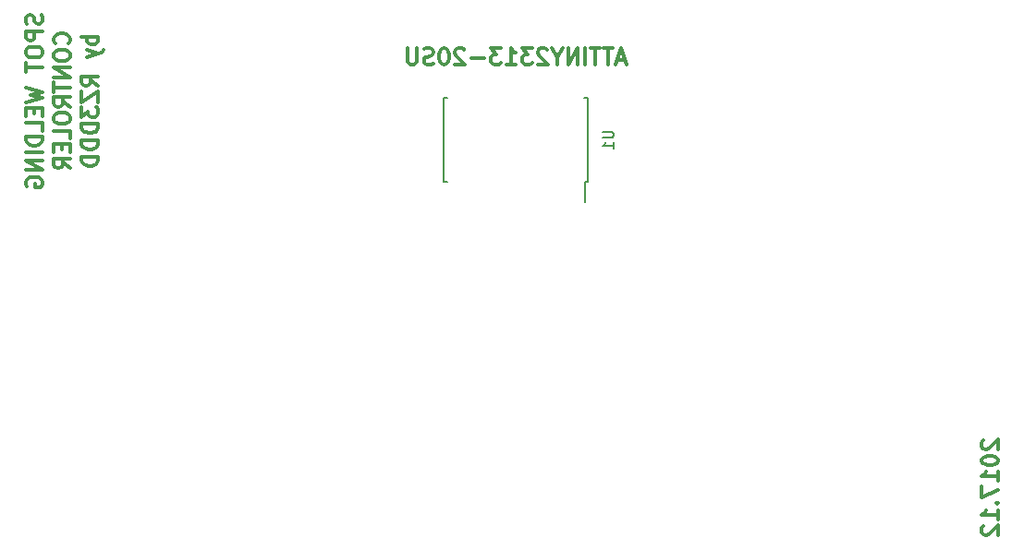
<source format=gbr>
G04 #@! TF.FileFunction,Legend,Bot*
%FSLAX46Y46*%
G04 Gerber Fmt 4.6, Leading zero omitted, Abs format (unit mm)*
G04 Created by KiCad (PCBNEW 4.0.7-e2-6376~58~ubuntu16.04.1) date Thu Nov 16 15:14:13 2017*
%MOMM*%
%LPD*%
G01*
G04 APERTURE LIST*
%ADD10C,0.100000*%
%ADD11C,0.300000*%
%ADD12C,0.150000*%
G04 APERTURE END LIST*
D10*
D11*
X149999999Y-54250000D02*
X149285713Y-54250000D01*
X150142856Y-54678571D02*
X149642856Y-53178571D01*
X149142856Y-54678571D01*
X148857142Y-53178571D02*
X147999999Y-53178571D01*
X148428570Y-54678571D02*
X148428570Y-53178571D01*
X147714285Y-53178571D02*
X146857142Y-53178571D01*
X147285713Y-54678571D02*
X147285713Y-53178571D01*
X146357142Y-54678571D02*
X146357142Y-53178571D01*
X145642856Y-54678571D02*
X145642856Y-53178571D01*
X144785713Y-54678571D01*
X144785713Y-53178571D01*
X143785713Y-53964286D02*
X143785713Y-54678571D01*
X144285713Y-53178571D02*
X143785713Y-53964286D01*
X143285713Y-53178571D01*
X142857142Y-53321429D02*
X142785713Y-53250000D01*
X142642856Y-53178571D01*
X142285713Y-53178571D01*
X142142856Y-53250000D01*
X142071427Y-53321429D01*
X141999999Y-53464286D01*
X141999999Y-53607143D01*
X142071427Y-53821429D01*
X142928570Y-54678571D01*
X141999999Y-54678571D01*
X141499999Y-53178571D02*
X140571428Y-53178571D01*
X141071428Y-53750000D01*
X140857142Y-53750000D01*
X140714285Y-53821429D01*
X140642856Y-53892857D01*
X140571428Y-54035714D01*
X140571428Y-54392857D01*
X140642856Y-54535714D01*
X140714285Y-54607143D01*
X140857142Y-54678571D01*
X141285714Y-54678571D01*
X141428571Y-54607143D01*
X141499999Y-54535714D01*
X139142857Y-54678571D02*
X140000000Y-54678571D01*
X139571428Y-54678571D02*
X139571428Y-53178571D01*
X139714285Y-53392857D01*
X139857143Y-53535714D01*
X140000000Y-53607143D01*
X138642857Y-53178571D02*
X137714286Y-53178571D01*
X138214286Y-53750000D01*
X138000000Y-53750000D01*
X137857143Y-53821429D01*
X137785714Y-53892857D01*
X137714286Y-54035714D01*
X137714286Y-54392857D01*
X137785714Y-54535714D01*
X137857143Y-54607143D01*
X138000000Y-54678571D01*
X138428572Y-54678571D01*
X138571429Y-54607143D01*
X138642857Y-54535714D01*
X137071429Y-54107143D02*
X135928572Y-54107143D01*
X135285715Y-53321429D02*
X135214286Y-53250000D01*
X135071429Y-53178571D01*
X134714286Y-53178571D01*
X134571429Y-53250000D01*
X134500000Y-53321429D01*
X134428572Y-53464286D01*
X134428572Y-53607143D01*
X134500000Y-53821429D01*
X135357143Y-54678571D01*
X134428572Y-54678571D01*
X133500001Y-53178571D02*
X133357144Y-53178571D01*
X133214287Y-53250000D01*
X133142858Y-53321429D01*
X133071429Y-53464286D01*
X133000001Y-53750000D01*
X133000001Y-54107143D01*
X133071429Y-54392857D01*
X133142858Y-54535714D01*
X133214287Y-54607143D01*
X133357144Y-54678571D01*
X133500001Y-54678571D01*
X133642858Y-54607143D01*
X133714287Y-54535714D01*
X133785715Y-54392857D01*
X133857144Y-54107143D01*
X133857144Y-53750000D01*
X133785715Y-53464286D01*
X133714287Y-53321429D01*
X133642858Y-53250000D01*
X133500001Y-53178571D01*
X132428573Y-54607143D02*
X132214287Y-54678571D01*
X131857144Y-54678571D01*
X131714287Y-54607143D01*
X131642858Y-54535714D01*
X131571430Y-54392857D01*
X131571430Y-54250000D01*
X131642858Y-54107143D01*
X131714287Y-54035714D01*
X131857144Y-53964286D01*
X132142858Y-53892857D01*
X132285716Y-53821429D01*
X132357144Y-53750000D01*
X132428573Y-53607143D01*
X132428573Y-53464286D01*
X132357144Y-53321429D01*
X132285716Y-53250000D01*
X132142858Y-53178571D01*
X131785716Y-53178571D01*
X131571430Y-53250000D01*
X130928573Y-53178571D02*
X130928573Y-54392857D01*
X130857145Y-54535714D01*
X130785716Y-54607143D01*
X130642859Y-54678571D01*
X130357145Y-54678571D01*
X130214287Y-54607143D01*
X130142859Y-54535714D01*
X130071430Y-54392857D01*
X130071430Y-53178571D01*
X182821429Y-89142858D02*
X182750000Y-89214287D01*
X182678571Y-89357144D01*
X182678571Y-89714287D01*
X182750000Y-89857144D01*
X182821429Y-89928573D01*
X182964286Y-90000001D01*
X183107143Y-90000001D01*
X183321429Y-89928573D01*
X184178571Y-89071430D01*
X184178571Y-90000001D01*
X182678571Y-90928572D02*
X182678571Y-91071429D01*
X182750000Y-91214286D01*
X182821429Y-91285715D01*
X182964286Y-91357144D01*
X183250000Y-91428572D01*
X183607143Y-91428572D01*
X183892857Y-91357144D01*
X184035714Y-91285715D01*
X184107143Y-91214286D01*
X184178571Y-91071429D01*
X184178571Y-90928572D01*
X184107143Y-90785715D01*
X184035714Y-90714286D01*
X183892857Y-90642858D01*
X183607143Y-90571429D01*
X183250000Y-90571429D01*
X182964286Y-90642858D01*
X182821429Y-90714286D01*
X182750000Y-90785715D01*
X182678571Y-90928572D01*
X184178571Y-92857143D02*
X184178571Y-92000000D01*
X184178571Y-92428572D02*
X182678571Y-92428572D01*
X182892857Y-92285715D01*
X183035714Y-92142857D01*
X183107143Y-92000000D01*
X182678571Y-93357143D02*
X182678571Y-94357143D01*
X184178571Y-93714286D01*
X184035714Y-94928571D02*
X184107143Y-94999999D01*
X184178571Y-94928571D01*
X184107143Y-94857142D01*
X184035714Y-94928571D01*
X184178571Y-94928571D01*
X184178571Y-96428571D02*
X184178571Y-95571428D01*
X184178571Y-96000000D02*
X182678571Y-96000000D01*
X182892857Y-95857143D01*
X183035714Y-95714285D01*
X183107143Y-95571428D01*
X182821429Y-96999999D02*
X182750000Y-97071428D01*
X182678571Y-97214285D01*
X182678571Y-97571428D01*
X182750000Y-97714285D01*
X182821429Y-97785714D01*
X182964286Y-97857142D01*
X183107143Y-97857142D01*
X183321429Y-97785714D01*
X184178571Y-96928571D01*
X184178571Y-97857142D01*
X96557143Y-50107142D02*
X96628571Y-50321428D01*
X96628571Y-50678571D01*
X96557143Y-50821428D01*
X96485714Y-50892857D01*
X96342857Y-50964285D01*
X96200000Y-50964285D01*
X96057143Y-50892857D01*
X95985714Y-50821428D01*
X95914286Y-50678571D01*
X95842857Y-50392857D01*
X95771429Y-50249999D01*
X95700000Y-50178571D01*
X95557143Y-50107142D01*
X95414286Y-50107142D01*
X95271429Y-50178571D01*
X95200000Y-50249999D01*
X95128571Y-50392857D01*
X95128571Y-50749999D01*
X95200000Y-50964285D01*
X96628571Y-51607142D02*
X95128571Y-51607142D01*
X95128571Y-52178570D01*
X95200000Y-52321428D01*
X95271429Y-52392856D01*
X95414286Y-52464285D01*
X95628571Y-52464285D01*
X95771429Y-52392856D01*
X95842857Y-52321428D01*
X95914286Y-52178570D01*
X95914286Y-51607142D01*
X95128571Y-53392856D02*
X95128571Y-53678570D01*
X95200000Y-53821428D01*
X95342857Y-53964285D01*
X95628571Y-54035713D01*
X96128571Y-54035713D01*
X96414286Y-53964285D01*
X96557143Y-53821428D01*
X96628571Y-53678570D01*
X96628571Y-53392856D01*
X96557143Y-53249999D01*
X96414286Y-53107142D01*
X96128571Y-53035713D01*
X95628571Y-53035713D01*
X95342857Y-53107142D01*
X95200000Y-53249999D01*
X95128571Y-53392856D01*
X95128571Y-54464285D02*
X95128571Y-55321428D01*
X96628571Y-54892857D02*
X95128571Y-54892857D01*
X95128571Y-56821428D02*
X96628571Y-57178571D01*
X95557143Y-57464285D01*
X96628571Y-57749999D01*
X95128571Y-58107142D01*
X95842857Y-58678571D02*
X95842857Y-59178571D01*
X96628571Y-59392857D02*
X96628571Y-58678571D01*
X95128571Y-58678571D01*
X95128571Y-59392857D01*
X96628571Y-60750000D02*
X96628571Y-60035714D01*
X95128571Y-60035714D01*
X96628571Y-61250000D02*
X95128571Y-61250000D01*
X95128571Y-61607143D01*
X95200000Y-61821428D01*
X95342857Y-61964286D01*
X95485714Y-62035714D01*
X95771429Y-62107143D01*
X95985714Y-62107143D01*
X96271429Y-62035714D01*
X96414286Y-61964286D01*
X96557143Y-61821428D01*
X96628571Y-61607143D01*
X96628571Y-61250000D01*
X96628571Y-62750000D02*
X95128571Y-62750000D01*
X96628571Y-63464286D02*
X95128571Y-63464286D01*
X96628571Y-64321429D01*
X95128571Y-64321429D01*
X95200000Y-65821429D02*
X95128571Y-65678572D01*
X95128571Y-65464286D01*
X95200000Y-65250001D01*
X95342857Y-65107143D01*
X95485714Y-65035715D01*
X95771429Y-64964286D01*
X95985714Y-64964286D01*
X96271429Y-65035715D01*
X96414286Y-65107143D01*
X96557143Y-65250001D01*
X96628571Y-65464286D01*
X96628571Y-65607143D01*
X96557143Y-65821429D01*
X96485714Y-65892858D01*
X95985714Y-65892858D01*
X95985714Y-65607143D01*
X99035714Y-52750000D02*
X99107143Y-52678571D01*
X99178571Y-52464285D01*
X99178571Y-52321428D01*
X99107143Y-52107143D01*
X98964286Y-51964285D01*
X98821429Y-51892857D01*
X98535714Y-51821428D01*
X98321429Y-51821428D01*
X98035714Y-51892857D01*
X97892857Y-51964285D01*
X97750000Y-52107143D01*
X97678571Y-52321428D01*
X97678571Y-52464285D01*
X97750000Y-52678571D01*
X97821429Y-52750000D01*
X97678571Y-53678571D02*
X97678571Y-53964285D01*
X97750000Y-54107143D01*
X97892857Y-54250000D01*
X98178571Y-54321428D01*
X98678571Y-54321428D01*
X98964286Y-54250000D01*
X99107143Y-54107143D01*
X99178571Y-53964285D01*
X99178571Y-53678571D01*
X99107143Y-53535714D01*
X98964286Y-53392857D01*
X98678571Y-53321428D01*
X98178571Y-53321428D01*
X97892857Y-53392857D01*
X97750000Y-53535714D01*
X97678571Y-53678571D01*
X99178571Y-54964286D02*
X97678571Y-54964286D01*
X99178571Y-55821429D01*
X97678571Y-55821429D01*
X97678571Y-56321429D02*
X97678571Y-57178572D01*
X99178571Y-56750001D02*
X97678571Y-56750001D01*
X99178571Y-58535715D02*
X98464286Y-58035715D01*
X99178571Y-57678572D02*
X97678571Y-57678572D01*
X97678571Y-58250000D01*
X97750000Y-58392858D01*
X97821429Y-58464286D01*
X97964286Y-58535715D01*
X98178571Y-58535715D01*
X98321429Y-58464286D01*
X98392857Y-58392858D01*
X98464286Y-58250000D01*
X98464286Y-57678572D01*
X97678571Y-59464286D02*
X97678571Y-59750000D01*
X97750000Y-59892858D01*
X97892857Y-60035715D01*
X98178571Y-60107143D01*
X98678571Y-60107143D01*
X98964286Y-60035715D01*
X99107143Y-59892858D01*
X99178571Y-59750000D01*
X99178571Y-59464286D01*
X99107143Y-59321429D01*
X98964286Y-59178572D01*
X98678571Y-59107143D01*
X98178571Y-59107143D01*
X97892857Y-59178572D01*
X97750000Y-59321429D01*
X97678571Y-59464286D01*
X99178571Y-61464287D02*
X99178571Y-60750001D01*
X97678571Y-60750001D01*
X98392857Y-61964287D02*
X98392857Y-62464287D01*
X99178571Y-62678573D02*
X99178571Y-61964287D01*
X97678571Y-61964287D01*
X97678571Y-62678573D01*
X99178571Y-64178573D02*
X98464286Y-63678573D01*
X99178571Y-63321430D02*
X97678571Y-63321430D01*
X97678571Y-63892858D01*
X97750000Y-64035716D01*
X97821429Y-64107144D01*
X97964286Y-64178573D01*
X98178571Y-64178573D01*
X98321429Y-64107144D01*
X98392857Y-64035716D01*
X98464286Y-63892858D01*
X98464286Y-63321430D01*
X101728571Y-52107144D02*
X100228571Y-52107144D01*
X100800000Y-52107144D02*
X100728571Y-52250001D01*
X100728571Y-52535715D01*
X100800000Y-52678572D01*
X100871429Y-52750001D01*
X101014286Y-52821430D01*
X101442857Y-52821430D01*
X101585714Y-52750001D01*
X101657143Y-52678572D01*
X101728571Y-52535715D01*
X101728571Y-52250001D01*
X101657143Y-52107144D01*
X100728571Y-53321430D02*
X101728571Y-53678573D01*
X100728571Y-54035715D02*
X101728571Y-53678573D01*
X102085714Y-53535715D01*
X102157143Y-53464287D01*
X102228571Y-53321430D01*
X101728571Y-56607144D02*
X101014286Y-56107144D01*
X101728571Y-55750001D02*
X100228571Y-55750001D01*
X100228571Y-56321429D01*
X100300000Y-56464287D01*
X100371429Y-56535715D01*
X100514286Y-56607144D01*
X100728571Y-56607144D01*
X100871429Y-56535715D01*
X100942857Y-56464287D01*
X101014286Y-56321429D01*
X101014286Y-55750001D01*
X100228571Y-57107144D02*
X100228571Y-58107144D01*
X101728571Y-57107144D01*
X101728571Y-58107144D01*
X100228571Y-58535715D02*
X100228571Y-59464286D01*
X100800000Y-58964286D01*
X100800000Y-59178572D01*
X100871429Y-59321429D01*
X100942857Y-59392858D01*
X101085714Y-59464286D01*
X101442857Y-59464286D01*
X101585714Y-59392858D01*
X101657143Y-59321429D01*
X101728571Y-59178572D01*
X101728571Y-58750000D01*
X101657143Y-58607143D01*
X101585714Y-58535715D01*
X101728571Y-60107143D02*
X100228571Y-60107143D01*
X100228571Y-60464286D01*
X100300000Y-60678571D01*
X100442857Y-60821429D01*
X100585714Y-60892857D01*
X100871429Y-60964286D01*
X101085714Y-60964286D01*
X101371429Y-60892857D01*
X101514286Y-60821429D01*
X101657143Y-60678571D01*
X101728571Y-60464286D01*
X101728571Y-60107143D01*
X101728571Y-61607143D02*
X100228571Y-61607143D01*
X100228571Y-61964286D01*
X100300000Y-62178571D01*
X100442857Y-62321429D01*
X100585714Y-62392857D01*
X100871429Y-62464286D01*
X101085714Y-62464286D01*
X101371429Y-62392857D01*
X101514286Y-62321429D01*
X101657143Y-62178571D01*
X101728571Y-61964286D01*
X101728571Y-61607143D01*
X101728571Y-63107143D02*
X100228571Y-63107143D01*
X100228571Y-63464286D01*
X100300000Y-63678571D01*
X100442857Y-63821429D01*
X100585714Y-63892857D01*
X100871429Y-63964286D01*
X101085714Y-63964286D01*
X101371429Y-63892857D01*
X101514286Y-63821429D01*
X101657143Y-63678571D01*
X101728571Y-63464286D01*
X101728571Y-63107143D01*
D12*
X146575000Y-65455000D02*
X146325000Y-65455000D01*
X146575000Y-57705000D02*
X146240000Y-57705000D01*
X133425000Y-57705000D02*
X133760000Y-57705000D01*
X133425000Y-65455000D02*
X133760000Y-65455000D01*
X146575000Y-65455000D02*
X146575000Y-57705000D01*
X133425000Y-65455000D02*
X133425000Y-57705000D01*
X146325000Y-65455000D02*
X146325000Y-67255000D01*
X147952381Y-60818095D02*
X148761905Y-60818095D01*
X148857143Y-60865714D01*
X148904762Y-60913333D01*
X148952381Y-61008571D01*
X148952381Y-61199048D01*
X148904762Y-61294286D01*
X148857143Y-61341905D01*
X148761905Y-61389524D01*
X147952381Y-61389524D01*
X148952381Y-62389524D02*
X148952381Y-61818095D01*
X148952381Y-62103809D02*
X147952381Y-62103809D01*
X148095238Y-62008571D01*
X148190476Y-61913333D01*
X148238095Y-61818095D01*
M02*

</source>
